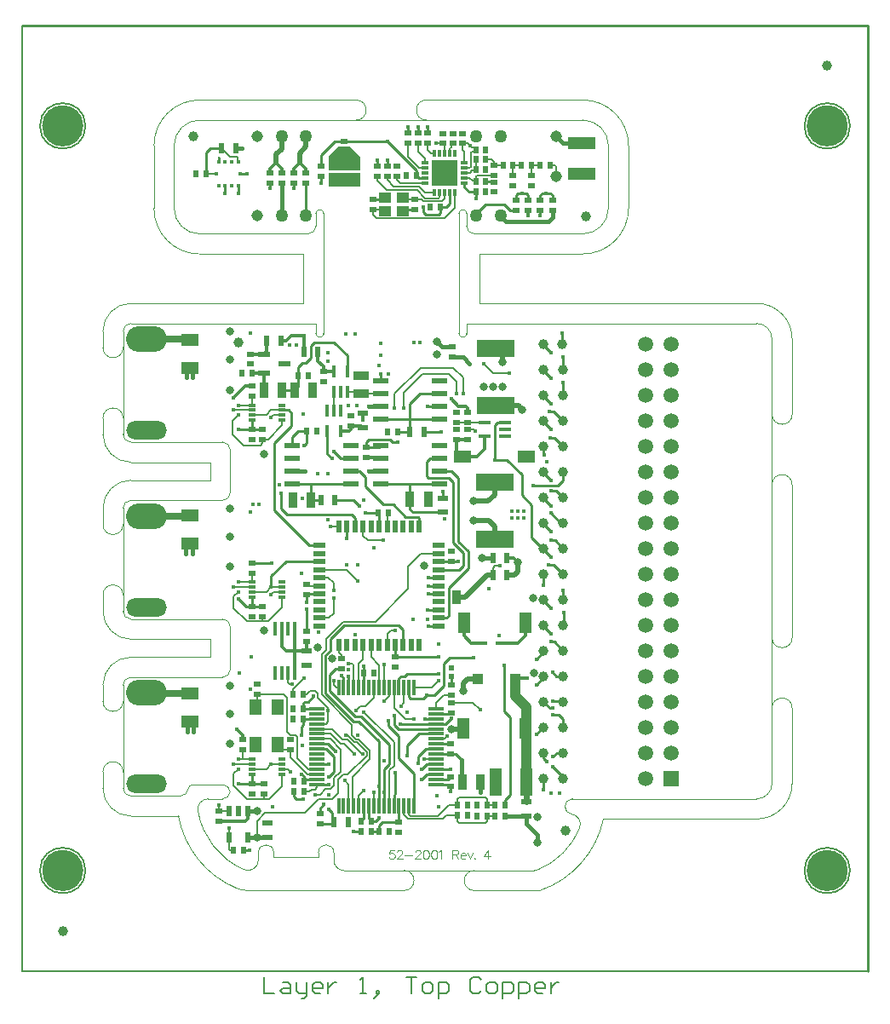
<source format=gtl>
G04*
G04 #@! TF.GenerationSoftware,Altium Limited,Altium Designer,18.1.9 (240)*
G04*
G04 Layer_Physical_Order=1*
G04 Layer_Color=16776960*
%FSLAX25Y25*%
%MOIN*%
G70*
G01*
G75*
%ADD10C,0.01000*%
%ADD13C,0.00118*%
%ADD14C,0.00504*%
%ADD15C,0.00158*%
%ADD16C,0.00787*%
%ADD17R,0.02362X0.03937*%
%ADD18R,0.03740X0.06102*%
%ADD19R,0.04724X0.01968*%
%ADD20R,0.01968X0.04724*%
%ADD21R,0.01772X0.05512*%
%ADD22R,0.05906X0.02362*%
%ADD23R,0.05118X0.02362*%
%ADD24R,0.09843X0.09843*%
%ADD25R,0.01181X0.02874*%
%ADD26R,0.02874X0.01181*%
%ADD27R,0.02953X0.01968*%
%ADD28R,0.04724X0.03937*%
%ADD29R,0.04528X0.10630*%
%ADD30R,0.04331X0.04331*%
%ADD31R,0.04528X0.08268*%
%ADD32R,0.07087X0.04724*%
%ADD33R,0.02362X0.03937*%
%ADD34R,0.07087X0.04724*%
%ADD35R,0.01181X0.05906*%
%ADD36R,0.05906X0.01181*%
%ADD37R,0.04528X0.01575*%
%ADD38R,0.02362X0.01968*%
%ADD39R,0.04921X0.06299*%
%ADD40R,0.02953X0.01181*%
%ADD41R,0.14961X0.06693*%
%ADD42R,0.01575X0.01378*%
%ADD43R,0.01378X0.01575*%
%ADD44R,0.01968X0.02953*%
%ADD45R,0.03937X0.02362*%
%ADD46R,0.01575X0.04528*%
%ADD47R,0.06102X0.03740*%
%ADD48R,0.10630X0.04528*%
%ADD49C,0.00799*%
%ADD86C,0.15787*%
%ADD94C,0.03937*%
%ADD95C,0.00984*%
%ADD96C,0.01181*%
%ADD97C,0.00598*%
%ADD98C,0.01575*%
%ADD99C,0.02362*%
%ADD100C,0.00591*%
%ADD101C,0.00500*%
%ADD102C,0.03937*%
%ADD103C,0.01968*%
%ADD104C,0.01772*%
%ADD105C,0.02756*%
%ADD106C,0.01260*%
%ADD107C,0.00600*%
%ADD108C,0.01800*%
%ADD109C,0.00400*%
%ADD110C,0.05000*%
%ADD111R,0.05906X0.05906*%
%ADD112C,0.05906*%
%ADD113C,0.04500*%
%ADD114O,0.16000X0.10000*%
%ADD115O,0.16000X0.07200*%
%ADD116C,0.03150*%
%ADD117C,0.01772*%
%ADD118C,0.01181*%
G36*
X168121Y148667D02*
Y143254D01*
X171664D01*
Y148667D01*
X168121D01*
D02*
G37*
G36*
X119991Y311894D02*
X132204D01*
Y306777D01*
X119991D01*
Y311894D01*
D02*
G37*
G36*
X119990Y312815D02*
X119995Y318553D01*
X123731Y322289D01*
X128337D01*
X132195Y318431D01*
Y312815D01*
X119990D01*
D02*
G37*
D10*
X103061Y159888D02*
X116349D01*
X145876Y122585D02*
Y127211D01*
Y122585D02*
X145876Y122584D01*
X158770Y150439D02*
X162805D01*
X158573Y140990D02*
X162805D01*
X150601Y116088D02*
X162805D01*
X172451Y158214D02*
Y163136D01*
X170975Y156738D02*
X172451Y158214D01*
X168416Y167171D02*
X172451Y163136D01*
X174420Y157230D02*
Y164022D01*
X162805Y156738D02*
X170975D01*
X166743Y149553D02*
X174420Y157230D01*
X170679Y167762D02*
X174420Y164022D01*
X158770Y147289D02*
X162805D01*
X158672Y327506D02*
Y329868D01*
X122020Y245594D02*
X127077Y240537D01*
X114282Y245594D02*
X122020D01*
X127077Y234199D02*
Y240537D01*
X116911Y319053D02*
X122116Y324258D01*
X116911Y314612D02*
Y319053D01*
X137117Y301620D02*
X141447D01*
X149321Y297683D02*
X153652D01*
X188495Y101364D02*
Y119140D01*
Y101364D02*
X190857Y99002D01*
Y68687D02*
Y99002D01*
X188840Y66670D02*
X190857Y68687D01*
X188840Y64647D02*
Y66670D01*
X145778Y68943D02*
Y77348D01*
X143416Y80577D02*
Y88352D01*
X141447Y78608D02*
X143416Y80577D01*
X155030Y80951D02*
Y83707D01*
X157884Y86561D01*
X155049Y92466D02*
X161723D01*
X150502Y87920D02*
X155049Y92466D01*
X150502Y84100D02*
Y87920D01*
X107195Y66915D02*
X109754D01*
X106211Y67900D02*
X107195Y66915D01*
X106211Y67900D02*
Y69829D01*
X204006Y150616D02*
Y154494D01*
Y244494D02*
X206802Y241699D01*
X204006Y234494D02*
X206802Y231699D01*
X204006Y224494D02*
X206802Y221699D01*
X204006Y214494D02*
X206802Y211699D01*
X204006Y194494D02*
X206802Y191699D01*
X204006Y184494D02*
X206802Y181699D01*
X204006Y174494D02*
X206802Y171699D01*
X204006Y164494D02*
X206802Y161699D01*
X204006Y144494D02*
X206802Y141699D01*
X204006Y134494D02*
X206802Y131699D01*
X201211Y121699D02*
X204006Y124494D01*
X201211Y111699D02*
X204006Y114494D01*
X127668Y114907D02*
Y115104D01*
Y110774D02*
Y114907D01*
X169597Y84592D02*
X171959Y82230D01*
X167431Y84592D02*
X169597D01*
X136428Y58411D02*
X138101D01*
X147943Y96403D02*
X161723D01*
X111231Y144041D02*
Y146896D01*
X111231Y144041D02*
X111231Y144041D01*
X157884Y86561D02*
X161723D01*
X110180Y205163D02*
X111329Y206312D01*
Y210872D01*
X134656Y204651D02*
Y206541D01*
X135640Y207525D01*
X140266Y230577D02*
Y233313D01*
X143809Y207525D02*
X144794Y206541D01*
X135640Y207525D02*
X143809D01*
X144794Y206541D02*
X146762D01*
X122353Y184100D02*
X129676D01*
X132038Y181738D01*
X157257Y210577D02*
X163942D01*
X124715Y115203D02*
X125699Y114218D01*
X154735Y327505D02*
Y329867D01*
X157392Y98372D02*
X161723D01*
Y96403D02*
X165660D01*
X167727Y98470D01*
X119695Y88529D02*
X122648Y85577D01*
X115266Y88529D02*
X119695D01*
X115266Y72781D02*
X119892D01*
X115266Y80655D02*
X119892D01*
X156211Y78687D02*
X158179Y80655D01*
X161723D01*
Y78687D02*
X167431D01*
X156211Y74750D02*
X158179Y76718D01*
X161723D01*
X131565Y97388D02*
X139479Y89474D01*
X120581Y129671D02*
X125995Y135084D01*
X120581Y125242D02*
Y129671D01*
X129439Y97388D02*
X131565D01*
X125995Y135084D02*
X147156D01*
X149026Y133215D01*
Y127211D02*
Y133215D01*
X122451Y117958D02*
X124813D01*
X130227Y99159D02*
X132609D01*
X143416Y88352D01*
X147156Y82919D02*
Y91679D01*
X143317Y95518D02*
X147156Y91679D01*
X143317Y95518D02*
Y97584D01*
X116911Y307919D02*
Y310675D01*
X142924Y324258D02*
X153357Y313825D01*
X138770Y314611D02*
Y316974D01*
X142707Y314611D02*
Y316974D01*
X119364Y202049D02*
Y210970D01*
X166743Y138628D02*
Y149553D01*
X170679Y167762D02*
Y192466D01*
X168416Y167171D02*
Y190990D01*
X166743Y192663D02*
X168416Y190990D01*
X158869Y192663D02*
X166743D01*
X158278Y193254D02*
X158869Y192663D01*
X158278Y193254D02*
Y199061D01*
X159380Y200163D01*
X163101D01*
X167983Y195163D02*
X170679Y192466D01*
X163101Y195163D02*
X167983D01*
X165955Y137840D02*
X166743Y138628D01*
X162805Y137840D02*
X165955D01*
X167924Y159888D02*
X170483D01*
X162805D02*
X167924D01*
X134164Y178982D02*
X139183D01*
X139577Y178589D01*
Y173668D02*
Y178589D01*
X101290Y180754D02*
Y186758D01*
Y180754D02*
X103652Y178392D01*
X128750D01*
X130128Y177014D01*
Y173668D02*
Y177014D01*
X97353Y149939D02*
Y154179D01*
X103061Y159888D01*
X89872Y159289D02*
X97451D01*
X111329Y132722D02*
Y141187D01*
X111231Y146896D02*
X111624Y147289D01*
X116349D01*
X145876Y122584D02*
X162805D01*
X149617Y115104D02*
X150601Y116088D01*
X148140Y115104D02*
X149617D01*
X147353Y114317D02*
X148140Y115104D01*
X147353Y110774D02*
Y114317D01*
X147156Y94435D02*
X161723D01*
X145561Y96029D02*
X147156Y94435D01*
X145561Y96029D02*
Y99556D01*
X133573Y116285D02*
Y118943D01*
X133573Y116285D02*
X133573Y116285D01*
X133573Y110774D02*
Y116285D01*
X125699Y110774D02*
Y114218D01*
X167333Y100340D02*
X167727Y100734D01*
X161723Y100340D02*
X167333D01*
X110542Y74750D02*
X115266D01*
X109951Y102309D02*
X115266D01*
X109951Y98372D02*
X115266D01*
X161723Y88529D02*
X167431D01*
X161723Y84592D02*
X167431D01*
X166447Y72781D02*
X167431Y71797D01*
X166447Y74750D02*
X167431Y75734D01*
X167431Y75735D02*
Y75832D01*
X167431Y75832D01*
Y75734D02*
Y75832D01*
X161723Y72781D02*
X166447D01*
X161723Y74750D02*
X166447D01*
X132491Y58411D02*
X133573Y59494D01*
Y64317D01*
X135542Y59297D02*
X136428Y58411D01*
X135542Y59297D02*
Y64317D01*
X84459Y145321D02*
X87420Y142360D01*
X89872Y73061D02*
Y76703D01*
X84459Y73061D02*
X89872D01*
Y142360D02*
Y146002D01*
X87420Y142360D02*
X89872D01*
X84459Y211561D02*
X89872D01*
Y215203D01*
X141447Y301620D02*
X142038Y302210D01*
X148731Y297092D02*
X149321Y297683D01*
X79341Y303884D02*
Y306246D01*
X73534Y321502D02*
X77865D01*
X71959Y319927D02*
X73534Y321502D01*
X71959Y311659D02*
Y319927D01*
X167727Y111561D02*
Y114907D01*
X89872Y73061D02*
X94400D01*
X158672Y220577D02*
X163101D01*
X158672Y225577D02*
X163101D01*
X147156Y82919D02*
X153258Y76817D01*
Y64317D02*
Y76817D01*
X167431Y69829D02*
Y71797D01*
X110148Y73864D02*
Y74356D01*
X110050Y74258D02*
Y75832D01*
X109262Y76620D02*
X110050Y75832D01*
X109951Y102309D02*
Y104573D01*
X110443Y105065D01*
X111723D01*
X113888Y107230D01*
X109361Y91974D02*
Y95304D01*
X109951Y95894D01*
Y98372D01*
X124577Y200183D02*
X128393D01*
X110050Y74258D02*
X110148Y74356D01*
X110542Y74750D01*
X121762Y202998D02*
X124577Y200183D01*
X101487Y226915D02*
X106408D01*
X107983Y228580D02*
Y232525D01*
X106408Y227006D02*
X107983Y228580D01*
X134656Y204651D02*
X139754D01*
X140266Y205163D01*
X107884Y210872D02*
X111329D01*
X105559Y208546D02*
X107884Y210872D01*
X105559Y205183D02*
Y208546D01*
X145384Y64317D02*
Y68549D01*
X145778Y68943D01*
X118416Y108411D02*
X129439Y97388D01*
X118416Y108411D02*
Y123077D01*
X120581Y125242D01*
X120089Y109297D02*
X130227Y99159D01*
X120089Y109297D02*
Y115596D01*
X122451Y117958D01*
X211383Y191517D02*
Y194494D01*
X89925Y211613D02*
X94006D01*
X84459Y303884D02*
Y306246D01*
X85345Y311659D02*
X87707D01*
X150798Y327505D02*
Y329868D01*
X110739Y237486D02*
X112847Y239594D01*
X109392Y237486D02*
X110739D01*
X107983Y236077D02*
X109392Y237486D01*
X107983Y232525D02*
Y236077D01*
X136428Y54415D02*
X139676D01*
X147353Y57959D02*
Y64317D01*
X138101Y58411D02*
X139478Y59789D01*
X140916Y57959D02*
X147353D01*
X139676Y56718D02*
X140916Y57959D01*
X139676Y54415D02*
Y56718D01*
X86526Y46935D02*
X88888D01*
X119364Y202049D02*
X121172Y200242D01*
X112847Y239594D02*
Y244159D01*
X114282Y245594D01*
X211571Y74494D02*
Y75055D01*
X199715Y189689D02*
X209556D01*
X211383Y191517D01*
X141447Y64317D02*
Y78608D01*
X122116Y324258D02*
X142924D01*
X109656Y73864D02*
X110050Y74258D01*
X89872Y142360D02*
X94006D01*
X139479Y64317D02*
Y89474D01*
X76776Y316323D02*
Y318094D01*
X0Y369767D02*
X330709D01*
Y-311D02*
Y369767D01*
D13*
X322854Y39026D02*
G03*
X322854Y39026I-7894J0D01*
G01*
X23642D02*
G03*
X23642Y39026I-7894J0D01*
G01*
Y330365D02*
G03*
X23642Y330365I-7894J0D01*
G01*
X69337Y332640D02*
G03*
X59337Y322640I0J-10000D01*
G01*
X130544Y332640D02*
G03*
X130544Y340514I0J3937D01*
G01*
X158130D02*
G03*
X158130Y332640I0J-3937D01*
G01*
X31501Y243643D02*
G03*
X39375Y243643I3937J0D01*
G01*
Y216057D02*
G03*
X31501Y216057I-3937J0D01*
G01*
X39375Y146837D02*
G03*
X31501Y146837I-3937J0D01*
G01*
Y174423D02*
G03*
X39375Y174423I3937J0D01*
G01*
Y77617D02*
G03*
X31501Y77617I-3937J0D01*
G01*
Y105203D02*
G03*
X39375Y105203I3937J0D01*
G01*
X301229Y189965D02*
G03*
X293355Y189965I-3937J0D01*
G01*
Y217550D02*
G03*
X301229Y217550I3937J0D01*
G01*
Y102560D02*
G03*
X293355Y102560I-3937J0D01*
G01*
Y130145D02*
G03*
X301229Y130145I3937J0D01*
G01*
X176885Y39059D02*
G03*
X176885Y31185I0J-3937D01*
G01*
X149299D02*
G03*
X149299Y39059I0J3937D01*
G01*
X322859Y330398D02*
G03*
X322859Y330398I-7894J0D01*
G01*
X23646D02*
G03*
X23646Y330398I-7894J0D01*
G01*
X293355Y247055D02*
G03*
X287355Y253055I-6000J0D01*
G01*
Y67055D02*
G03*
X293355Y73055I0J6000D01*
G01*
X215337Y67055D02*
G03*
X215093Y67045I0J-3000D01*
G01*
X42375Y253055D02*
G03*
X39375Y250055I0J-3000D01*
G01*
Y209645D02*
G03*
X42375Y206645I3000J0D01*
G01*
X59337Y298140D02*
G03*
X69337Y288140I10000J0D01*
G01*
X111837D02*
G03*
X114837Y291140I0J3000D01*
G01*
X173837Y296140D02*
G03*
X170837Y296140I-1500J0D01*
G01*
X173837Y291140D02*
G03*
X176837Y288140I3000J-0D01*
G01*
X229337Y322640D02*
G03*
X219337Y332640I-10000J0D01*
G01*
X117837Y296140D02*
G03*
X114837Y296140I-1500J0D01*
G01*
X69337Y332640D02*
G03*
X59337Y322640I0J-10000D01*
G01*
X219337Y288140D02*
G03*
X229337Y298140I-0J10000D01*
G01*
X98337Y46055D02*
G03*
X92337Y46055I-3000J0D01*
G01*
X86799Y39362D02*
G03*
X92337Y43055I1539J3692D01*
G01*
X68694Y62439D02*
G03*
X86799Y39362I29643J4615D01*
G01*
X72646Y67055D02*
G03*
X68694Y62439I0J-4000D01*
G01*
X78337Y67055D02*
G03*
X81328Y69825I0J3000D01*
G01*
D02*
G03*
X78337Y72595I-2991J-230D01*
G01*
X170837Y249118D02*
G03*
X173837Y249118I1500J0D01*
G01*
X214932Y67027D02*
G03*
X214921Y61084I405J-2973D01*
G01*
X81337Y134425D02*
G03*
X78337Y137425I-3000J0D01*
G01*
Y183835D02*
G03*
X81337Y186835I0J3000D01*
G01*
X78337Y114615D02*
G03*
X81337Y117615I0J3000D01*
G01*
Y203645D02*
G03*
X78337Y206645I-3000J0D01*
G01*
X200347Y39059D02*
G03*
X201887Y39367I0J4000D01*
G01*
X121837Y43059D02*
G03*
X125837Y39059I4000J0D01*
G01*
X218062Y55595D02*
G03*
X214921Y61084I-3697J1528D01*
G01*
X201887Y39367D02*
G03*
X218062Y55595I-11550J27688D01*
G01*
X121837Y46055D02*
G03*
X115837Y46055I-3000J0D01*
G01*
X114837Y249118D02*
G03*
X117837Y249118I1500J0D01*
G01*
X66809Y72595D02*
G03*
X64854Y70855I0J-1969D01*
G01*
X61875Y68205D02*
G03*
X64854Y70855I0J3000D01*
G01*
X39375Y71205D02*
G03*
X42375Y68205I3000J0D01*
G01*
Y114615D02*
G03*
X39375Y111615I0J-3000D01*
G01*
X42375Y183835D02*
G03*
X39375Y180835I0J-3000D01*
G01*
Y140425D02*
G03*
X42375Y137425I3000J0D01*
G01*
X51463Y298140D02*
G03*
X69337Y280266I17874J0D01*
G01*
Y340514D02*
G03*
X51463Y322640I0J-17874D01*
G01*
X237211D02*
G03*
X219337Y340514I-17874J0D01*
G01*
Y280266D02*
G03*
X237211Y298140I-0J17874D01*
G01*
X42375Y260929D02*
G03*
X31501Y250055I0J-10874D01*
G01*
Y209645D02*
G03*
X42375Y198771I10874J0D01*
G01*
Y191709D02*
G03*
X31501Y180835I0J-10874D01*
G01*
Y140425D02*
G03*
X42375Y129551I10874J0D01*
G01*
Y122489D02*
G03*
X31501Y111615I0J-10874D01*
G01*
Y71205D02*
G03*
X42375Y60331I10874J0D01*
G01*
X61065D02*
G03*
X83770Y32094I37272J6724D01*
G01*
X83770Y32094D02*
G03*
X88650Y31185I4567J10961D01*
G01*
X202494Y31185D02*
G03*
X227384Y59181I-12157J35870D01*
G01*
X287355D02*
G03*
X301229Y73055I0J13874D01*
G01*
Y247055D02*
G03*
X287355Y260929I-13874J0D01*
G01*
X59337Y322640D02*
X59337D01*
X238236Y67055D02*
X287355D01*
X238236Y253055D02*
X287355D01*
X293355Y73055D02*
Y102570D01*
X215337Y67055D02*
X223132D01*
X215093Y253055D02*
X223132D01*
X78214Y72595D02*
X78227D01*
X78214Y114615D02*
X78227D01*
X78214Y137425D02*
X78227D01*
X78214Y183835D02*
X78227D01*
X78214Y206645D02*
X78227D01*
X78214Y253055D02*
X114837D01*
X117837Y251874D02*
Y252679D01*
X170837Y251874D02*
Y252679D01*
X173837Y253055D02*
X215093D01*
X214932Y67027D02*
X215093Y67045D01*
X70871Y114615D02*
X72649D01*
X70871Y72595D02*
X72649D01*
X170837Y292867D02*
Y292873D01*
X117837Y292867D02*
Y292873D01*
X170837Y284827D02*
Y292867D01*
X117837Y284827D02*
Y292867D01*
X72649Y72595D02*
X78214D01*
X72649Y114615D02*
X78214D01*
X70871Y137425D02*
X72649D01*
X70871Y183835D02*
X72649D01*
X70871Y253055D02*
X72649D01*
X70871Y206645D02*
X72649D01*
Y137425D02*
X78214D01*
X72649Y183835D02*
X78214D01*
X170837Y257368D02*
Y262504D01*
X117837Y257368D02*
Y262504D01*
X233133Y67055D02*
X238236D01*
X223132Y253055D02*
X238236D01*
X72649Y206645D02*
X78214D01*
X72649Y253055D02*
X78214D01*
X117837Y252679D02*
Y257368D01*
X170837Y252679D02*
Y257368D01*
Y267194D02*
Y284827D01*
X117837Y267194D02*
Y284827D01*
Y262504D02*
Y267194D01*
X170837Y262504D02*
Y267194D01*
X42375Y253055D02*
X70871D01*
X42375Y206645D02*
X70871D01*
X223132Y67055D02*
X233133D01*
X173837Y291140D02*
Y296140D01*
X170837Y292873D02*
Y296140D01*
X69337Y288140D02*
X111837D01*
X59337Y298140D02*
Y322640D01*
X114837Y291140D02*
Y296140D01*
X117837Y292873D02*
Y296140D01*
X69337Y332641D02*
X130553D01*
X229337Y298140D02*
Y322640D01*
X176837Y288140D02*
X219337D01*
X92337Y43055D02*
Y46055D01*
X72646Y67055D02*
X78337D01*
X78227Y72595D02*
X78337D01*
X78227Y114615D02*
X78337D01*
X170837Y249118D02*
Y251874D01*
X173837Y249118D02*
Y253055D01*
X115837Y44413D02*
Y46055D01*
X98337Y44413D02*
X115837D01*
X98337D02*
Y46055D01*
X78227Y206645D02*
X78337D01*
X78227Y253055D02*
X114837Y253055D01*
X81337Y117615D02*
Y134425D01*
X78227Y137425D02*
X78337D01*
X78227Y183835D02*
X78337D01*
X125837Y39059D02*
X149312D01*
X114837Y249118D02*
Y253055D01*
X81337Y186835D02*
Y203645D01*
X117837Y249118D02*
Y251874D01*
X121837Y43059D02*
Y46055D01*
X42375Y114615D02*
X70871D01*
X66809Y72595D02*
X70871D01*
X42375Y68205D02*
X61875D01*
X39375Y71205D02*
Y77617D01*
X42375Y183835D02*
X70871D01*
X42375Y137425D02*
X70871D01*
X39375Y140425D02*
Y146837D01*
X69337Y280266D02*
X109963D01*
X51463Y298140D02*
Y322640D01*
X69337Y340514D02*
X130544D01*
X237211Y298140D02*
Y322640D01*
X178711Y280266D02*
X219337D01*
X109963Y260929D02*
Y280266D01*
X178711Y260929D02*
Y280266D01*
X42375Y260929D02*
X109963D01*
X31501Y209645D02*
Y216064D01*
X42375Y198771D02*
X73463D01*
Y191709D02*
Y198771D01*
X42375Y191709D02*
X73463D01*
X31501Y140425D02*
Y146844D01*
X42375Y129551D02*
X73463D01*
Y122489D02*
Y129551D01*
X42375Y122489D02*
X73463D01*
X31501Y71205D02*
Y77624D01*
X42375Y60331D02*
X61065D01*
X88024Y31185D02*
X149299D01*
X227384Y59181D02*
X287355D01*
X301229Y73055D02*
Y102560D01*
X178711Y260929D02*
X287355D01*
X117837Y262504D02*
Y267194D01*
X293355Y217540D02*
Y247055D01*
Y130135D02*
Y189975D01*
X176872Y39059D02*
X200347D01*
X31501Y105196D02*
Y111615D01*
Y174416D02*
Y180835D01*
Y243636D02*
Y250055D01*
X158121Y332641D02*
X219337D01*
X39375Y174423D02*
Y180835D01*
Y243643D02*
Y250055D01*
Y105203D02*
Y111615D01*
X176885Y31185D02*
X202494D01*
X158130Y340514D02*
X219337D01*
X301229Y217550D02*
Y247055D01*
Y130145D02*
Y189965D01*
X39375Y209645D02*
Y216057D01*
D14*
X0Y-312D02*
X330709D01*
X0Y-311D02*
Y369768D01*
D15*
X215337Y67055D02*
G03*
X215093Y67045I0J-3000D01*
G01*
X218062Y55595D02*
G03*
X214921Y61084I-3697J1528D01*
G01*
X201887Y39367D02*
G03*
X218062Y55595I-11550J27688D01*
G01*
X200347Y39059D02*
G03*
X201887Y39367I0J4000D01*
G01*
X121837Y43059D02*
G03*
X125837Y39059I4000J0D01*
G01*
X121837Y46055D02*
G03*
X115837Y46055I-3000J0D01*
G01*
X98337D02*
G03*
X92337Y46055I-3000J0D01*
G01*
X86799Y39362D02*
G03*
X92337Y43055I1539J3692D01*
G01*
X68694Y62439D02*
G03*
X86799Y39362I29643J4615D01*
G01*
X72646Y67055D02*
G03*
X68694Y62439I0J-4000D01*
G01*
X78337Y67055D02*
G03*
X81328Y69825I0J3000D01*
G01*
D02*
G03*
X78337Y72595I-2991J-230D01*
G01*
Y114615D02*
G03*
X81337Y117615I0J3000D01*
G01*
Y134425D02*
G03*
X78337Y137425I-3000J0D01*
G01*
Y183835D02*
G03*
X81337Y186835I0J3000D01*
G01*
Y203645D02*
G03*
X78337Y206645I-3000J0D01*
G01*
X114837Y249118D02*
G03*
X117837Y249118I1500J0D01*
G01*
X170837D02*
G03*
X173837Y249118I1500J0D01*
G01*
X215093Y67045D02*
G03*
X214921Y61084I244J-2990D01*
G01*
X39375Y71205D02*
G03*
X42375Y68205I3000J0D01*
G01*
Y114615D02*
G03*
X39375Y111615I0J-3000D01*
G01*
X66809Y72595D02*
G03*
X64854Y70855I0J-1969D01*
G01*
X61875Y68205D02*
G03*
X64854Y70855I0J3000D01*
G01*
X117837Y296140D02*
G03*
X114837Y296140I-1500J0D01*
G01*
X111837Y288140D02*
G03*
X114837Y291140I0J3000D01*
G01*
X229337Y322640D02*
G03*
X219337Y332640I-10000J0D01*
G01*
X173837Y291140D02*
G03*
X176837Y288140I3000J0D01*
G01*
X173837Y296140D02*
G03*
X170837Y296140I-1500J0D01*
G01*
X59337Y298140D02*
G03*
X69337Y288140I10000J0D01*
G01*
Y332640D02*
G03*
X59337Y322640I0J-10000D01*
G01*
X219337Y288140D02*
G03*
X229337Y298140I0J10000D01*
G01*
X42375Y183835D02*
G03*
X39375Y180835I0J-3000D01*
G01*
Y140425D02*
G03*
X42375Y137425I3000J0D01*
G01*
X39375Y209645D02*
G03*
X42375Y206645I3000J0D01*
G01*
Y253055D02*
G03*
X39375Y250055I0J-3000D01*
G01*
X293355Y247055D02*
G03*
X287355Y253055I-6000J0D01*
G01*
Y67055D02*
G03*
X293355Y73055I0J6000D01*
G01*
X215337Y67055D02*
X223132D01*
X215093Y253055D02*
X223132D01*
X125837Y39059D02*
X200347D01*
X121837Y43059D02*
Y46055D01*
X115837Y44413D02*
Y46055D01*
X98337Y44413D02*
X115837D01*
X98337D02*
Y46055D01*
X92337Y43055D02*
Y46055D01*
X72646Y67055D02*
X78337D01*
X78214Y72595D02*
X78337D01*
X78214Y114615D02*
X78337D01*
X81337Y117615D02*
Y134425D01*
X78214Y137425D02*
X78337D01*
X78214Y183835D02*
X78337D01*
X81337Y186835D02*
Y203645D01*
X78214Y206645D02*
X78337D01*
X78214Y253055D02*
X114837D01*
Y249118D02*
Y253055D01*
X117837Y249118D02*
Y252679D01*
X170837Y249118D02*
Y252679D01*
X173837Y249118D02*
Y253055D01*
X215093D01*
X42375Y68205D02*
X61875D01*
X39375Y71205D02*
Y111615D01*
X42375Y114615D02*
X72649D01*
X66809Y72595D02*
X72649D01*
X114837Y291140D02*
Y296140D01*
X69337Y288140D02*
X111837D01*
X69337Y332640D02*
X219337D01*
X229337Y298140D02*
Y322640D01*
X173837Y291140D02*
Y296140D01*
X170837Y292867D02*
Y296140D01*
X59337Y298140D02*
Y322640D01*
X117837Y292867D02*
Y296140D01*
X176837Y288140D02*
X219337D01*
X42375Y183835D02*
X72649D01*
X39375Y140425D02*
Y180835D01*
X42375Y137425D02*
X72649D01*
X42375Y253055D02*
X72649D01*
X42375Y206645D02*
X72649D01*
Y137425D02*
X78214D01*
X72649Y183835D02*
X78214D01*
X170837Y252679D02*
Y257368D01*
X117837Y252679D02*
Y257368D01*
X72649Y206645D02*
X78214D01*
X72649Y253055D02*
X78214D01*
X72649Y72595D02*
X78214D01*
X72649Y114615D02*
X78214D01*
X170837Y257368D02*
Y262504D01*
X117837Y257368D02*
Y262504D01*
X170837Y284827D02*
Y292867D01*
X117837Y284827D02*
Y292867D01*
X170837Y267194D02*
Y284827D01*
X117837Y267194D02*
Y284827D01*
X293355Y73055D02*
Y247055D01*
X223132Y253055D02*
X287355D01*
X223132Y67055D02*
X287355D01*
X117837Y262504D02*
Y267194D01*
X170837Y262504D02*
Y267194D01*
X39375Y209645D02*
Y250055D01*
D16*
X91742Y52053D02*
Y58254D01*
X94990Y61502D01*
X110581D01*
X155853Y163037D02*
X162805D01*
X150900Y158084D02*
X155853Y163037D01*
X150900Y149168D02*
Y158084D01*
X129083Y64870D02*
X129636Y64317D01*
X129083Y64870D02*
Y75775D01*
X136034Y82725D01*
Y85873D01*
X131508Y90399D02*
X136034Y85873D01*
X130420Y90399D02*
X131508D01*
X128886Y91932D02*
X130420Y90399D01*
X128886Y91932D02*
Y96120D01*
X117128Y107878D02*
X128886Y96120D01*
X117128Y107878D02*
Y123610D01*
X118741Y125222D01*
Y129651D01*
X125461Y136372D01*
X138104D01*
X150900Y149168D01*
X127125Y92023D02*
X129930Y89218D01*
X126634Y92023D02*
X127125D01*
X125394Y76512D02*
X127367D01*
X134853Y83998D01*
Y85384D01*
X131018Y89218D02*
X134853Y85384D01*
X129930Y89218D02*
X131018D01*
X127276Y90203D02*
X132788Y84691D01*
X133179D01*
X125305Y90203D02*
X127276D01*
X160345Y110774D02*
X162805Y113234D01*
X153258Y110774D02*
X160345D01*
X123617Y74734D02*
X125394Y76512D01*
X126880Y156738D02*
X131309Y152309D01*
X116349Y156738D02*
X126880D01*
X150995Y59140D02*
X164577D01*
X149321Y60813D02*
X150995Y59140D01*
X164577D02*
X165955Y60518D01*
X148042Y103234D02*
X149321Y104514D01*
X149754Y98372D02*
X153160D01*
X145384Y102742D02*
X149754Y98372D01*
X145384Y102742D02*
Y110774D01*
X145384Y80104D02*
Y89301D01*
X143416Y78136D02*
X145384Y80104D01*
X143416Y64317D02*
Y78136D01*
X181852Y58304D02*
Y60415D01*
X181211Y57663D02*
X181852Y58304D01*
X170975Y57663D02*
X181211D01*
X170247Y58391D02*
X170975Y57663D01*
X170247Y58391D02*
Y60518D01*
X181852Y60415D02*
X184903D01*
X165955Y60518D02*
X170247D01*
X181852Y64647D02*
Y66963D01*
X181250Y67565D02*
X181852Y66963D01*
X170935Y67565D02*
X181250D01*
X181852Y64647D02*
X184903D01*
X170246Y66876D02*
X170935Y67565D01*
X170246Y64651D02*
Y66876D01*
X166841Y64651D02*
X170246D01*
X129636Y110774D02*
Y119336D01*
X129046Y119927D02*
X129636Y119336D01*
X127668Y119927D02*
X129046D01*
X174223Y211462D02*
X176637D01*
X177228Y210872D01*
X116349Y137840D02*
X119892D01*
X121762Y139710D01*
Y145518D01*
X115266Y96403D02*
X118908D01*
X119695Y97191D02*
Y101620D01*
X118908Y96403D02*
X119695Y97191D01*
X109853Y108116D02*
X111345D01*
X112427Y109199D01*
X114676D01*
X115651Y106746D02*
X119695Y102703D01*
Y101620D02*
Y102703D01*
X114676Y109199D02*
X115651Y108223D01*
Y106746D02*
Y108223D01*
X141447Y105360D02*
X143416Y107329D01*
X141447Y110774D02*
Y119632D01*
X105916Y109986D02*
X110140Y114210D01*
X105916Y108116D02*
Y109986D01*
X104439Y112053D02*
X105424D01*
X103947Y112545D02*
X104439Y112053D01*
X184959Y158214D02*
X186829D01*
X184065Y157321D02*
X184959Y158214D01*
X184065Y154671D02*
Y157321D01*
X161723Y323470D02*
X164479D01*
X165266Y322683D01*
Y319790D02*
Y322683D01*
X176585Y320321D02*
X177373Y321108D01*
X175896Y320321D02*
X176585D01*
X175417Y319841D02*
X175896Y320321D01*
X175417Y314415D02*
Y319841D01*
X176585Y321896D02*
X177373Y321108D01*
X175896Y321896D02*
X176585D01*
X172286Y323470D02*
X174321D01*
X172286Y321077D02*
Y323470D01*
Y321077D02*
X173002Y320360D01*
Y315990D02*
Y320360D01*
X175024Y314022D02*
X175417Y314415D01*
X173002Y314022D02*
X175024D01*
X106802Y92073D02*
X107491Y91384D01*
X104735Y92073D02*
X106802D01*
X103652Y93155D02*
X104735Y92073D01*
X116546Y68746D02*
X118613Y70813D01*
X114479Y68746D02*
X116546D01*
X110148Y69829D02*
X112215D01*
X113101Y70714D01*
X114479D01*
X115266Y71502D01*
Y72781D01*
X103947Y112545D02*
Y116187D01*
X142727Y178588D02*
X143121Y178982D01*
X142727Y173668D02*
Y178588D01*
X120384Y173668D02*
X123829D01*
X94006Y136561D02*
Y138431D01*
Y136561D02*
X96270D01*
X87707D02*
X94006D01*
X101683Y141974D02*
Y146002D01*
X96270Y136561D02*
X101683Y141974D01*
X121762Y148766D02*
Y151522D01*
X119695Y153588D02*
X121762Y151522D01*
X116349Y153588D02*
X119695D01*
X111231Y150832D02*
X111624Y150439D01*
X116349D01*
X144105Y132919D02*
X145876D01*
X142727Y131541D02*
X144105Y132919D01*
X142727Y127211D02*
Y131541D01*
X143416Y107329D02*
Y110774D01*
X149321Y104514D02*
Y110774D01*
X124813Y121896D02*
Y123372D01*
X164774Y107624D02*
X167727D01*
X161723Y104573D02*
X164774Y107624D01*
X161723Y102309D02*
Y104573D01*
X133278Y121600D02*
Y127211D01*
X131605Y119927D02*
X133278Y121600D01*
X131605Y110774D02*
Y119927D01*
X139479Y110774D02*
Y119435D01*
X136427Y122486D02*
X139479Y119435D01*
X136427Y122486D02*
Y127211D01*
X135247Y168155D02*
X141152D01*
X133278Y170124D02*
X135247Y168155D01*
X127668Y64317D02*
Y72683D01*
X131605Y68254D02*
X133573Y70222D01*
X131605Y64317D02*
Y68254D01*
X133278Y170124D02*
Y173668D01*
X137510Y64317D02*
Y69533D01*
X123829Y124356D02*
X124813Y123372D01*
X123829Y124356D02*
Y127211D01*
X184164Y233707D02*
X190660D01*
X180424Y237447D02*
X184164Y233707D01*
X101683Y86364D02*
X104931D01*
X99813Y88234D02*
X101683Y86364D01*
X103652Y93155D02*
Y106541D01*
X102208Y107985D02*
X103652Y106541D01*
X92038Y107985D02*
X102208D01*
X92038Y103687D02*
Y107985D01*
X91152Y102801D02*
X92038Y103687D01*
X121959Y219077D02*
Y226128D01*
X127077D02*
X132195D01*
X132727Y225577D02*
X140266D01*
X94006Y206168D02*
Y207677D01*
X93199Y205360D02*
X94006Y206168D01*
X86526Y205360D02*
X93199D01*
X101683Y213234D02*
Y215203D01*
X96126Y207677D02*
X101683Y213234D01*
X94006Y207677D02*
X96126D01*
X82687Y146199D02*
X84459Y147970D01*
X82687Y141581D02*
Y146199D01*
X89872Y78671D02*
X95384D01*
X97353Y80640D01*
X101683D01*
X89872Y82608D02*
X89872Y82608D01*
X96680Y66860D02*
X101683Y71864D01*
Y76703D01*
X89872Y147970D02*
X95384D01*
X97353Y149939D01*
X101683D01*
X84460Y151907D02*
X89872D01*
X89872Y151907D01*
Y155352D01*
X82195Y214907D02*
X84459Y217171D01*
X82195Y209691D02*
Y214907D01*
Y209691D02*
X86526Y205360D01*
X89872Y221108D02*
Y224553D01*
X89872Y221108D02*
X89872Y221108D01*
X84460Y221108D02*
X89872D01*
X97353Y219140D02*
X101683D01*
X95384Y217171D02*
X97353Y219140D01*
X89872Y217171D02*
X95384D01*
X94400Y66860D02*
X96680D01*
X94400D02*
Y69124D01*
X82687Y141581D02*
X87707Y136561D01*
X107491Y83018D02*
Y91384D01*
Y83018D02*
X111821Y78687D01*
X115266D01*
X104931Y83411D02*
Y86364D01*
Y83411D02*
X111624Y76718D01*
X115266D01*
X84460Y82608D02*
X86132D01*
X89872D01*
X86132D02*
Y86266D01*
X169991Y214218D02*
X174223D01*
X180817D01*
X133573Y101112D02*
X145384Y89301D01*
X126093Y74258D02*
X127668Y72683D01*
X118613Y70813D02*
X120400D01*
X121959Y72372D01*
Y75128D01*
X123617Y69321D02*
Y74734D01*
X121172Y66876D02*
X123617Y69321D01*
X121959Y75128D02*
X124617Y77785D01*
X115266Y90498D02*
X120483D01*
X124617Y86364D01*
Y77785D02*
Y86364D01*
X167727Y104671D02*
X176329D01*
X179046Y101955D01*
X122746Y110774D02*
X123731D01*
X121959Y111561D02*
X122746Y110774D01*
X121959Y111561D02*
Y113175D01*
Y113569D01*
X157211Y82624D02*
X161723D01*
X145679Y220124D02*
Y225636D01*
X155817Y235773D01*
X168613D01*
X172550Y231837D01*
Y225636D02*
Y231837D01*
X161723Y90498D02*
X165069D01*
X166349Y91777D01*
X149223Y220071D02*
Y225833D01*
X156703Y233313D01*
X169794Y225636D02*
Y230458D01*
X156703Y233313D02*
X166939D01*
X169794Y230458D01*
X121073Y94435D02*
X125305Y90203D01*
X115266Y94435D02*
X121073D01*
X124617Y88529D02*
X125896D01*
X120679Y92466D02*
X124617Y88529D01*
X125896D02*
X129735Y84691D01*
X115266Y92466D02*
X120679D01*
X151290Y60970D02*
Y64317D01*
Y60970D02*
X151845Y60415D01*
X162604D01*
X166841Y64651D01*
X149321Y60813D02*
Y64317D01*
X76782Y62289D02*
X80817D01*
X81211Y46935D02*
X82589D01*
X80817Y47329D02*
X81211Y46935D01*
X80817Y47329D02*
Y52053D01*
X76782Y62289D02*
Y64651D01*
X81014Y52250D02*
Y55596D01*
X87935Y66860D02*
X94400D01*
X82589Y72206D02*
X87935Y66860D01*
X82589Y72206D02*
Y76801D01*
X84459Y78671D01*
X110581Y61502D02*
X115955Y66876D01*
X121172D01*
X132195Y226128D02*
X132727Y226659D01*
X174321Y323470D02*
X175896Y321896D01*
X94500Y-2703D02*
Y-9000D01*
X98698D01*
X101847Y-4802D02*
X103946D01*
X104995Y-5851D01*
Y-9000D01*
X101847D01*
X100797Y-7950D01*
X101847Y-6901D01*
X104995D01*
X107094Y-4802D02*
Y-7950D01*
X108144Y-9000D01*
X111293D01*
Y-10050D01*
X110243Y-11099D01*
X109193D01*
X111293Y-9000D02*
Y-4802D01*
X116540Y-9000D02*
X114441D01*
X113391Y-7950D01*
Y-5851D01*
X114441Y-4802D01*
X116540D01*
X117590Y-5851D01*
Y-6901D01*
X113391D01*
X119689Y-4802D02*
Y-9000D01*
Y-6901D01*
X120738Y-5851D01*
X121788Y-4802D01*
X122837D01*
X132283Y-9000D02*
X134382D01*
X133333D01*
Y-2703D01*
X132283Y-3752D01*
X138580Y-10050D02*
X139630Y-9000D01*
Y-7950D01*
X138580D01*
Y-9000D01*
X139630D01*
X138580Y-10050D01*
X137531Y-11099D01*
X150125Y-2703D02*
X154323D01*
X152224D01*
Y-9000D01*
X157472D02*
X159571D01*
X160620Y-7950D01*
Y-5851D01*
X159571Y-4802D01*
X157472D01*
X156422Y-5851D01*
Y-7950D01*
X157472Y-9000D01*
X162719Y-11099D02*
Y-4802D01*
X165868D01*
X166918Y-5851D01*
Y-7950D01*
X165868Y-9000D01*
X162719D01*
X179512Y-3752D02*
X178462Y-2703D01*
X176363D01*
X175314Y-3752D01*
Y-7950D01*
X176363Y-9000D01*
X178462D01*
X179512Y-7950D01*
X182660Y-9000D02*
X184759D01*
X185809Y-7950D01*
Y-5851D01*
X184759Y-4802D01*
X182660D01*
X181611Y-5851D01*
Y-7950D01*
X182660Y-9000D01*
X187908Y-11099D02*
Y-4802D01*
X191057D01*
X192106Y-5851D01*
Y-7950D01*
X191057Y-9000D01*
X187908D01*
X194205Y-11099D02*
Y-4802D01*
X197354D01*
X198403Y-5851D01*
Y-7950D01*
X197354Y-9000D01*
X194205D01*
X203651D02*
X201552D01*
X200502Y-7950D01*
Y-5851D01*
X201552Y-4802D01*
X203651D01*
X204700Y-5851D01*
Y-6901D01*
X200502D01*
X206800Y-4802D02*
Y-9000D01*
Y-6901D01*
X207849Y-5851D01*
X208899Y-4802D01*
X209948D01*
D17*
X122353Y184100D02*
D03*
X116841D02*
D03*
X127471Y57996D02*
D03*
X121959D02*
D03*
X77865Y321502D02*
D03*
X83376D02*
D03*
X189577Y154671D02*
D03*
X184065D02*
D03*
X95581Y246305D02*
D03*
X101093D02*
D03*
X115651Y241974D02*
D03*
X110140D02*
D03*
X151647Y210675D02*
D03*
X157159D02*
D03*
X184073Y161266D02*
D03*
X189585D02*
D03*
D18*
X112904Y184100D02*
D03*
X105817D02*
D03*
X179144Y73766D02*
D03*
X172057D02*
D03*
X106408Y226915D02*
D03*
X113495D02*
D03*
X94400D02*
D03*
X101487D02*
D03*
X158733Y184179D02*
D03*
X151647D02*
D03*
D19*
X162805Y134691D02*
D03*
Y137840D02*
D03*
Y140990D02*
D03*
Y144140D02*
D03*
Y147289D02*
D03*
Y150439D02*
D03*
Y153588D02*
D03*
Y156738D02*
D03*
Y159888D02*
D03*
Y163037D02*
D03*
Y166187D02*
D03*
X116349D02*
D03*
Y163037D02*
D03*
Y159888D02*
D03*
Y156738D02*
D03*
Y153588D02*
D03*
Y150439D02*
D03*
Y147289D02*
D03*
Y144140D02*
D03*
Y140990D02*
D03*
Y137840D02*
D03*
Y134691D02*
D03*
D20*
X155325Y127211D02*
D03*
X152175D02*
D03*
X149026D02*
D03*
X145876D02*
D03*
X142727D02*
D03*
X139577D02*
D03*
X136427D02*
D03*
X133278D02*
D03*
X130128D02*
D03*
X126978D02*
D03*
X123829D02*
D03*
Y173668D02*
D03*
X126978D02*
D03*
X130128D02*
D03*
X133278D02*
D03*
X136427D02*
D03*
X139577D02*
D03*
X142727D02*
D03*
X145876D02*
D03*
X149026D02*
D03*
X152175D02*
D03*
X155325D02*
D03*
D21*
X106506Y116187D02*
D03*
X103947D02*
D03*
X101388D02*
D03*
X98829D02*
D03*
Y133510D02*
D03*
X101388D02*
D03*
X103947D02*
D03*
X106506D02*
D03*
D22*
X163101Y215577D02*
D03*
Y220577D02*
D03*
Y225577D02*
D03*
Y230577D02*
D03*
X140266Y215577D02*
D03*
Y220577D02*
D03*
Y225577D02*
D03*
Y230577D02*
D03*
X128393Y190183D02*
D03*
Y195183D02*
D03*
Y200183D02*
D03*
Y205183D02*
D03*
X105559Y190183D02*
D03*
Y195183D02*
D03*
Y200183D02*
D03*
Y205183D02*
D03*
X163101Y190163D02*
D03*
Y195163D02*
D03*
Y200163D02*
D03*
Y205163D02*
D03*
X140266Y190163D02*
D03*
Y195163D02*
D03*
Y200163D02*
D03*
Y205163D02*
D03*
D23*
X94400Y233608D02*
D03*
Y241089D02*
D03*
X102392Y237348D02*
D03*
D24*
X165266Y312053D02*
D03*
D25*
X161329Y319790D02*
D03*
X163298D02*
D03*
X165266D02*
D03*
X167235D02*
D03*
X169203D02*
D03*
Y304317D02*
D03*
X167235D02*
D03*
X165266D02*
D03*
X163298D02*
D03*
X161329D02*
D03*
D26*
X173002Y315990D02*
D03*
Y314022D02*
D03*
Y312053D02*
D03*
Y310085D02*
D03*
Y308117D02*
D03*
X157530D02*
D03*
Y310085D02*
D03*
Y312053D02*
D03*
Y314022D02*
D03*
Y315990D02*
D03*
D27*
X138770Y314611D02*
D03*
Y310674D02*
D03*
X86132Y90203D02*
D03*
Y86266D02*
D03*
X168213Y243882D02*
D03*
Y239945D02*
D03*
X137117Y297683D02*
D03*
Y301620D02*
D03*
X110896Y307959D02*
D03*
Y311895D02*
D03*
X106172Y307959D02*
D03*
Y311895D02*
D03*
X101447D02*
D03*
Y307959D02*
D03*
X96723Y311895D02*
D03*
Y307959D02*
D03*
X116911Y314612D02*
D03*
Y310675D02*
D03*
X125959Y324258D02*
D03*
Y320321D02*
D03*
Y314612D02*
D03*
Y310675D02*
D03*
X146644Y310674D02*
D03*
Y314611D02*
D03*
X142707Y310674D02*
D03*
Y314611D02*
D03*
X153652Y301620D02*
D03*
Y297683D02*
D03*
X172286Y323470D02*
D03*
Y327407D02*
D03*
X168416Y323470D02*
D03*
Y327407D02*
D03*
X164479Y323470D02*
D03*
Y327407D02*
D03*
X158672Y327506D02*
D03*
Y323569D02*
D03*
X154735D02*
D03*
Y327506D02*
D03*
X150798D02*
D03*
Y323569D02*
D03*
X184557Y308451D02*
D03*
Y304514D02*
D03*
X192038Y310979D02*
D03*
Y307042D02*
D03*
X199223Y310979D02*
D03*
Y307042D02*
D03*
X207392Y297366D02*
D03*
Y301303D02*
D03*
X202668D02*
D03*
Y297366D02*
D03*
X197943D02*
D03*
Y301303D02*
D03*
X193219D02*
D03*
Y297366D02*
D03*
X124813Y121896D02*
D03*
Y117958D02*
D03*
X145876Y122584D02*
D03*
Y118648D02*
D03*
X167727Y107624D02*
D03*
Y111561D02*
D03*
X167431Y71797D02*
D03*
Y75734D02*
D03*
X167431Y84592D02*
D03*
Y88529D02*
D03*
X147353Y57959D02*
D03*
Y54022D02*
D03*
X116447Y57405D02*
D03*
Y61342D02*
D03*
X76782Y62289D02*
D03*
Y58352D02*
D03*
X89872Y73061D02*
D03*
Y69124D02*
D03*
X104931Y86364D02*
D03*
Y90301D02*
D03*
X92038Y107985D02*
D03*
Y111922D02*
D03*
X111329Y128785D02*
D03*
Y132722D02*
D03*
X111231Y146896D02*
D03*
Y150832D02*
D03*
X89872Y159289D02*
D03*
Y155352D02*
D03*
Y211561D02*
D03*
Y207624D02*
D03*
Y228490D02*
D03*
Y224553D02*
D03*
X89282Y241067D02*
D03*
Y237130D02*
D03*
X117825Y234199D02*
D03*
Y230262D02*
D03*
X167924Y159888D02*
D03*
Y163825D02*
D03*
X134656Y204651D02*
D03*
Y200714D02*
D03*
X169991Y214218D02*
D03*
Y218155D02*
D03*
Y207525D02*
D03*
Y211462D02*
D03*
X174223Y207525D02*
D03*
Y211462D02*
D03*
Y214218D02*
D03*
Y218155D02*
D03*
X128616Y213037D02*
D03*
Y216974D02*
D03*
X89872Y142360D02*
D03*
Y138423D02*
D03*
X94006Y138431D02*
D03*
Y142368D02*
D03*
Y207677D02*
D03*
Y211613D02*
D03*
X167727Y100734D02*
D03*
Y104671D02*
D03*
X94400Y69124D02*
D03*
Y73061D02*
D03*
X184557Y310970D02*
D03*
Y314907D02*
D03*
D28*
X148731Y302210D02*
D03*
X142038D02*
D03*
Y297092D02*
D03*
X148731D02*
D03*
D29*
X197057Y73469D02*
D03*
X185247D02*
D03*
D30*
X178160Y114022D02*
D03*
X192727D02*
D03*
D31*
X172747Y135872D02*
D03*
X196959D02*
D03*
X196911Y94489D02*
D03*
X172698D02*
D03*
D32*
X65463Y108390D02*
D03*
Y97366D02*
D03*
Y177878D02*
D03*
Y166854D02*
D03*
Y246775D02*
D03*
Y235752D02*
D03*
D33*
X88298Y52053D02*
D03*
X80817D02*
D03*
Y62289D02*
D03*
X84557D02*
D03*
X88298D02*
D03*
D34*
X197250Y200931D02*
D03*
X172053D02*
D03*
D35*
X139479Y110774D02*
D03*
X153258D02*
D03*
X151290D02*
D03*
X149321D02*
D03*
X147353D02*
D03*
X145384D02*
D03*
X143416D02*
D03*
X141447D02*
D03*
X137510D02*
D03*
X135542D02*
D03*
X133573D02*
D03*
X131605D02*
D03*
X129636D02*
D03*
X127668D02*
D03*
X125699D02*
D03*
X123731D02*
D03*
Y64317D02*
D03*
X125699D02*
D03*
X127668D02*
D03*
X129636D02*
D03*
X131605D02*
D03*
X133573D02*
D03*
X135542D02*
D03*
X137510D02*
D03*
X141447D02*
D03*
X143416D02*
D03*
X145384D02*
D03*
X147353D02*
D03*
X149321D02*
D03*
X151290D02*
D03*
X153258D02*
D03*
X139479D02*
D03*
D36*
X161723Y88529D02*
D03*
Y102309D02*
D03*
Y100340D02*
D03*
Y98372D02*
D03*
Y96403D02*
D03*
Y94435D02*
D03*
Y92466D02*
D03*
Y90498D02*
D03*
Y86561D02*
D03*
Y84592D02*
D03*
Y82624D02*
D03*
Y80655D02*
D03*
Y78687D02*
D03*
Y76718D02*
D03*
Y74750D02*
D03*
Y72781D02*
D03*
X115266D02*
D03*
Y74750D02*
D03*
Y76718D02*
D03*
Y78687D02*
D03*
Y80655D02*
D03*
Y82624D02*
D03*
Y84592D02*
D03*
Y86561D02*
D03*
Y90498D02*
D03*
Y92466D02*
D03*
Y94435D02*
D03*
Y96403D02*
D03*
Y98372D02*
D03*
Y100340D02*
D03*
Y102309D02*
D03*
Y88529D02*
D03*
D37*
X180817Y209100D02*
D03*
Y214218D02*
D03*
X188888D02*
D03*
Y211659D02*
D03*
Y209100D02*
D03*
D38*
X167727Y118451D02*
D03*
Y114907D02*
D03*
D39*
X99813Y88234D02*
D03*
Y102801D02*
D03*
X91152D02*
D03*
Y88234D02*
D03*
D40*
X101683Y76703D02*
D03*
Y78671D02*
D03*
Y80640D02*
D03*
Y82608D02*
D03*
X89872D02*
D03*
Y80640D02*
D03*
Y78671D02*
D03*
Y76703D02*
D03*
Y146002D02*
D03*
Y147970D02*
D03*
Y149939D02*
D03*
Y151907D02*
D03*
X101683D02*
D03*
Y149939D02*
D03*
Y147970D02*
D03*
Y146002D02*
D03*
Y215203D02*
D03*
Y217171D02*
D03*
Y219140D02*
D03*
Y221108D02*
D03*
X89872D02*
D03*
Y219140D02*
D03*
Y217171D02*
D03*
Y215203D02*
D03*
D41*
X185247Y243352D02*
D03*
Y220911D02*
D03*
X184951Y190990D02*
D03*
Y168549D02*
D03*
D42*
X75890Y311598D02*
D03*
X85339D02*
D03*
D43*
X84453Y316323D02*
D03*
X81894D02*
D03*
X79335D02*
D03*
X76776D02*
D03*
X76776Y306874D02*
D03*
X79335D02*
D03*
X81894D02*
D03*
X84453D02*
D03*
D44*
X177373Y321108D02*
D03*
X181309D02*
D03*
X146922Y210577D02*
D03*
X142985D02*
D03*
X184903Y64647D02*
D03*
X188840D02*
D03*
X181852D02*
D03*
X177915D02*
D03*
X170246Y64651D02*
D03*
X174183D02*
D03*
X184903Y60415D02*
D03*
X188840D02*
D03*
X181852D02*
D03*
X177915D02*
D03*
X170247Y60518D02*
D03*
X174184D02*
D03*
X71959Y311659D02*
D03*
X68022D02*
D03*
X154144Y311069D02*
D03*
X150207D02*
D03*
X163495Y298569D02*
D03*
X159557D02*
D03*
X177373Y317171D02*
D03*
X181309D02*
D03*
X177373Y313234D02*
D03*
X181309D02*
D03*
Y308510D02*
D03*
X177373D02*
D03*
Y304514D02*
D03*
X181309D02*
D03*
X188101Y314907D02*
D03*
X192038D02*
D03*
X202668D02*
D03*
X206605D02*
D03*
X133573Y116285D02*
D03*
X137510D02*
D03*
X139676Y54415D02*
D03*
X143613D02*
D03*
X136428D02*
D03*
X132491D02*
D03*
X136428Y58411D02*
D03*
X132491D02*
D03*
X110148Y69829D02*
D03*
X106211D02*
D03*
X110148Y73864D02*
D03*
X106211D02*
D03*
X86526Y46935D02*
D03*
X82589D02*
D03*
X109951Y98372D02*
D03*
X106014D02*
D03*
X109951Y102309D02*
D03*
X106014D02*
D03*
X89872Y233510D02*
D03*
X85935D02*
D03*
X107983Y232525D02*
D03*
X111920D02*
D03*
X111329Y210872D02*
D03*
X115266D02*
D03*
X139183Y178982D02*
D03*
X143121D02*
D03*
X109853Y108116D02*
D03*
X105916D02*
D03*
X199223Y314907D02*
D03*
X195286D02*
D03*
D45*
X197057Y60419D02*
D03*
Y65931D02*
D03*
X95975Y57565D02*
D03*
Y52053D02*
D03*
X164479Y179277D02*
D03*
Y184789D02*
D03*
X133144Y212348D02*
D03*
Y217860D02*
D03*
X111329Y119336D02*
D03*
Y124848D02*
D03*
D46*
X124483Y210970D02*
D03*
X119364D02*
D03*
Y219041D02*
D03*
X121923D02*
D03*
X124483D02*
D03*
X121959Y234199D02*
D03*
X127077D02*
D03*
Y226128D02*
D03*
X124518D02*
D03*
X121959D02*
D03*
D47*
X132687Y225636D02*
D03*
Y232722D02*
D03*
D48*
X218810Y311659D02*
D03*
Y323470D02*
D03*
D49*
X323858Y39026D02*
G03*
X323858Y39026I-8898J0D01*
G01*
X24646D02*
G03*
X24646Y39026I-8898J0D01*
G01*
Y330365D02*
G03*
X24646Y330365I-8898J0D01*
G01*
X323858D02*
G03*
X323858Y330365I-8898J0D01*
G01*
D86*
X314961Y39026D02*
D03*
X15748D02*
D03*
Y330365D02*
D03*
X314961D02*
D03*
D94*
X15748Y15404D02*
D03*
X220472Y294932D02*
D03*
X84646Y245719D02*
D03*
X212598Y54774D02*
D03*
X66929Y326428D02*
D03*
X15748Y39026D02*
D03*
X314961Y353987D02*
D03*
X204006Y245055D02*
D03*
X211368D02*
D03*
X204006Y235055D02*
D03*
X211473D02*
D03*
X204006Y225055D02*
D03*
X211473D02*
D03*
X204006Y215055D02*
D03*
X211383D02*
D03*
X204006Y205055D02*
D03*
X211383D02*
D03*
X204006Y195055D02*
D03*
X211383D02*
D03*
X204006Y185055D02*
D03*
X211383D02*
D03*
X204006Y175055D02*
D03*
X211383D02*
D03*
X204006Y165055D02*
D03*
X211571D02*
D03*
Y155055D02*
D03*
X204006Y85055D02*
D03*
Y145055D02*
D03*
X211571D02*
D03*
X204006Y135055D02*
D03*
X211571D02*
D03*
X204006Y125055D02*
D03*
X211571D02*
D03*
X204006Y115055D02*
D03*
X211571D02*
D03*
X204006Y105055D02*
D03*
X211571D02*
D03*
X204006Y95055D02*
D03*
X211571D02*
D03*
X204006Y155055D02*
D03*
X211571Y85055D02*
D03*
X204006Y75055D02*
D03*
X211571D02*
D03*
D95*
X164971Y111266D02*
Y120026D01*
X161329Y107624D02*
X164971Y111266D01*
X158733Y134691D02*
X162805D01*
X162805Y295655D02*
X163495Y296344D01*
X157786Y295655D02*
X162805D01*
X156900Y296541D02*
X157786Y295655D01*
X156900Y296541D02*
Y298510D01*
X181309Y308510D02*
X184498D01*
X163495Y296344D02*
Y298569D01*
X204006Y70557D02*
Y74494D01*
X158770Y153588D02*
X162805D01*
X151290Y107033D02*
X151979Y106344D01*
X151290Y107033D02*
Y110774D01*
X156900Y106344D02*
X158179Y107624D01*
X151979Y106344D02*
X156900D01*
X158179Y107624D02*
X161329D01*
X164971Y120026D02*
X167235Y122289D01*
X176487D01*
X184853Y199750D02*
Y213136D01*
X185935Y214218D01*
X188888D01*
X115266Y86561D02*
X118809D01*
X121861Y83510D01*
Y77703D02*
Y83510D01*
X119892Y75735D02*
X121861Y77703D01*
X153357Y313825D02*
X154144Y313037D01*
Y311069D02*
Y313037D01*
Y311069D02*
X155128Y310085D01*
X157530D01*
X173002Y306423D02*
Y308117D01*
X164479Y184789D02*
Y187348D01*
X152766Y179277D02*
X164479D01*
X151647Y180397D02*
X152766Y179277D01*
X151647Y180397D02*
Y184179D01*
X128393Y195183D02*
X132038D01*
X154735Y177407D02*
X155325Y176817D01*
Y173668D02*
Y176817D01*
X126978Y169042D02*
Y173668D01*
X98534Y206138D02*
X105227Y212831D01*
X101683Y219140D02*
X104160D01*
X105227Y218073D01*
Y212831D02*
Y218073D01*
X151647Y210675D02*
Y215577D01*
X163101D01*
X140266D02*
X151647D01*
X146922Y210577D02*
X151548D01*
X151647Y184179D02*
Y190127D01*
X140266Y190163D02*
X163101D01*
X105559Y190183D02*
X128393D01*
X112904Y184100D02*
Y190048D01*
X151647Y221662D02*
X155561Y225577D01*
X158672D01*
X151647Y215577D02*
Y221662D01*
X98534Y179868D02*
Y206138D01*
Y179868D02*
X112215Y166187D01*
X116349D01*
X141152Y182329D02*
X145089D01*
X150010Y177407D01*
X154735D01*
X134164Y189317D02*
X141152Y182329D01*
X134164Y189317D02*
Y193057D01*
X132038Y195183D02*
X134164Y193057D01*
X112215Y184100D02*
X112904D01*
X116841D01*
X184853Y199750D02*
X189617D01*
X195483Y193884D01*
Y185813D02*
Y193884D01*
Y185813D02*
X199223Y182073D01*
Y169277D02*
Y182073D01*
X129439Y54415D02*
X132491D01*
X173002Y306423D02*
X174912Y304514D01*
X177373D01*
Y301856D02*
Y304514D01*
X167235Y300046D02*
Y304317D01*
X163495Y298569D02*
X165758D01*
X167235Y300046D01*
X121369Y58586D02*
X121959Y57996D01*
X116447Y63234D02*
X118022Y64809D01*
X116447Y61342D02*
Y63234D01*
X119794Y63114D02*
X121369Y61539D01*
Y58586D02*
Y61539D01*
X116447Y57405D02*
X121369D01*
X121959Y57996D01*
X106172Y305870D02*
Y307959D01*
Y305870D02*
X106211Y305831D01*
X96723Y307959D02*
X96762Y307919D01*
X181343Y299728D02*
X188495D01*
X190857Y297366D01*
X195581Y304059D02*
X197156D01*
X197943Y303272D01*
Y301303D02*
Y303272D01*
X193219Y301303D02*
Y303272D01*
X194006Y304059D01*
X195581D01*
X202668Y301303D02*
Y303272D01*
X203455Y304059D01*
X205030D01*
X206605D01*
X207392Y303272D01*
Y301303D02*
Y303272D01*
X202668Y295201D02*
Y297366D01*
X211368Y245055D02*
Y249296D01*
X211329Y249335D02*
X211368Y249296D01*
X211473Y235055D02*
X211526Y235108D01*
Y240083D01*
Y225108D02*
Y230043D01*
X211473Y225055D02*
X211526Y225108D01*
X206211Y218626D02*
X207812D01*
X211383Y215055D01*
X206408Y208390D02*
X208049D01*
X211383Y205055D01*
X204006Y201539D02*
Y205055D01*
Y201539D02*
X204046Y201500D01*
X206802Y187720D02*
X208718D01*
X211383Y185055D01*
X210609Y175055D02*
X211383D01*
X206802Y178862D02*
X210609Y175055D01*
X206802Y168232D02*
X208394D01*
X211571Y165055D01*
X205817Y158783D02*
X207843D01*
X211571Y155055D01*
X211526Y145100D02*
Y148547D01*
Y145100D02*
X211571Y145055D01*
X211723Y135207D02*
Y140083D01*
X211571Y135055D02*
X211723Y135207D01*
X206998Y128468D02*
X208157D01*
X211571Y125055D01*
X207392Y116657D02*
X208995Y115055D01*
X211571D01*
X204006Y105055D02*
X206380Y102681D01*
X207589D01*
Y100122D02*
X209754D01*
X211526Y98350D01*
Y95100D02*
Y98350D01*
Y95100D02*
X211571Y95055D01*
X201093Y92445D02*
X203703Y95055D01*
X204006D01*
X207589Y83587D02*
X209057Y85055D01*
X211571D01*
X204006Y82838D02*
Y85055D01*
Y82838D02*
X205227Y81618D01*
X207589Y79494D02*
X211571Y75512D01*
Y75055D02*
Y75512D01*
X199223Y169277D02*
X204006Y164494D01*
X207589Y105240D02*
X211571D01*
X96762Y305831D02*
Y307919D01*
X190857Y297366D02*
X193219D01*
X177630Y296015D02*
X181343Y299728D01*
X177630Y295227D02*
Y296015D01*
X111031Y295227D02*
Y307823D01*
X110896Y307959D02*
X111031Y307823D01*
X111038Y307817D01*
D96*
X105148Y248273D02*
X110140D01*
X103180Y246305D02*
X105148Y248273D01*
X101093Y246305D02*
X103180D01*
X192333Y161266D02*
X194006Y159592D01*
X189585Y161266D02*
X192333D01*
X111329Y124848D02*
Y128785D01*
X106506Y124848D02*
X111329D01*
X106506D02*
Y133510D01*
X103160Y124848D02*
X106506D01*
X101388Y126620D02*
X103160Y124848D01*
X101388Y126620D02*
Y133510D01*
X172057Y200931D02*
X177865D01*
X180817Y203884D01*
Y209100D01*
X170040Y200931D02*
X172057D01*
X172747Y130852D02*
Y135872D01*
X175601Y127998D02*
X181113D01*
X186034D02*
X194006D01*
X196959Y130951D01*
Y135872D01*
X106506Y116187D02*
Y124848D01*
X169991Y207525D02*
X174223D01*
X169991Y202998D02*
Y207525D01*
Y202998D02*
X172057Y200931D01*
X117825Y234199D02*
X121959D01*
X117825D02*
Y236194D01*
X115651Y238368D02*
X117825Y236194D01*
X115651Y238368D02*
Y241974D01*
X89872Y240990D02*
X94302D01*
X95581Y242269D02*
Y246305D01*
X94400Y241089D02*
X95581Y242269D01*
X94302Y240990D02*
X94400Y241089D01*
X89872Y233510D02*
X94302D01*
X94400Y233608D01*
Y226915D02*
Y233608D01*
X110140Y241974D02*
Y248273D01*
X87313Y228490D02*
X89872D01*
X82687Y223864D02*
X87313Y228490D01*
X86132Y90203D02*
Y91974D01*
X83770Y94336D02*
X86132Y91974D01*
X174223Y218155D02*
Y220056D01*
X173565Y220714D02*
X174223Y220056D01*
X170483Y220714D02*
X173565D01*
X167727Y223470D02*
X170483Y220714D01*
X134656Y200714D02*
X139715D01*
X140266Y200163D01*
X124483Y210970D02*
X127901D01*
X128616Y211685D01*
Y213037D01*
X132455D01*
X133144Y212348D01*
Y215203D02*
Y217860D01*
X76782Y58352D02*
X87313D01*
X88298Y59337D01*
Y62289D01*
X96723Y311895D02*
Y313665D01*
X101447Y311895D02*
Y313744D01*
X99124Y316067D02*
X101447Y313744D01*
X96723Y313665D02*
X99124Y316067D01*
X106172Y311895D02*
Y313665D01*
X108573Y316067D01*
X110896Y313744D01*
Y311895D02*
Y313744D01*
X197943Y295201D02*
Y297366D01*
X172747Y130852D02*
X175601Y127998D01*
D97*
X137117Y295609D02*
Y297683D01*
Y295609D02*
X138448Y294277D01*
X165305D02*
X169203Y298175D01*
X138448Y294277D02*
X165305D01*
X159892Y319790D02*
X161329D01*
X158672Y321010D02*
X159892Y319790D01*
X158672Y321010D02*
Y323569D01*
X157565Y304317D02*
X161329D01*
X155243Y306640D02*
X157565Y304317D01*
X145286Y306640D02*
X155243D01*
X142707Y309219D02*
X145286Y306640D01*
X142707Y309219D02*
Y310674D01*
X146644Y309199D02*
Y310674D01*
Y309199D02*
X147726Y308117D01*
X157530D01*
X169203Y298175D02*
Y304317D01*
X97353Y146986D02*
X98337Y147970D01*
X101683D01*
X103865Y78671D02*
X104833Y77703D01*
X101683Y78671D02*
X103865D01*
X97353Y216187D02*
X98337Y217171D01*
X101683D01*
D98*
X171959Y73864D02*
Y82230D01*
Y73864D02*
X172057Y73766D01*
X179341Y69730D02*
Y73569D01*
X188844Y60419D02*
X197057D01*
X179931Y161266D02*
X184073D01*
X88302Y62285D02*
X91742D01*
X197057Y57307D02*
Y60419D01*
Y57307D02*
X201487Y52878D01*
Y50085D02*
Y52878D01*
X88298Y52053D02*
X95975D01*
D99*
X197057Y65931D02*
Y73469D01*
D100*
X130621Y101620D02*
X132195Y103195D01*
X134164D02*
X137510Y106541D01*
X132195Y103195D02*
X134164D01*
X137510Y106541D02*
Y110774D01*
X155226Y314022D02*
X157530D01*
X150798Y318451D02*
X155226Y314022D01*
X150798Y318451D02*
Y323569D01*
X157530Y315990D02*
Y317526D01*
X154735Y320321D02*
X157530Y317526D01*
X154735Y320321D02*
Y323569D01*
X142628Y305262D02*
X154439D01*
X138770Y309120D02*
X142628Y305262D01*
X138770Y309120D02*
Y310674D01*
X157687Y302014D02*
X162707D01*
X154439Y305262D02*
X157687Y302014D01*
X164085Y300931D02*
X165266Y302112D01*
X156900Y300931D02*
X164085D01*
X156211Y301620D02*
X156900Y300931D01*
X153652Y301620D02*
X156211D01*
X163298Y302604D02*
Y304317D01*
X162707Y302014D02*
X163298Y302604D01*
X165266Y302112D02*
Y304317D01*
X208967Y310979D02*
Y314415D01*
X208475Y314907D02*
X208967Y314415D01*
X206605Y314907D02*
X208475D01*
X167727Y322781D02*
X168416Y323470D01*
X167727Y321994D02*
Y322781D01*
X167235Y321502D02*
X167727Y321994D01*
X167235Y319790D02*
Y321502D01*
X82687Y80640D02*
X82687Y80640D01*
X89872D01*
X82687Y149939D02*
X82687Y149939D01*
X89872D01*
X82687Y219140D02*
X82687Y219140D01*
X89872D01*
D101*
X199223Y314907D02*
X202668D01*
X199223Y310979D02*
Y314907D01*
X192038Y310979D02*
Y314907D01*
X195286D01*
X184557D02*
X188101D01*
X175829Y312840D02*
X176979D01*
X175042Y312053D02*
X175829Y312840D01*
X173002Y312053D02*
X175042D01*
X176979Y312840D02*
X177373Y313234D01*
X176097Y309010D02*
X176872D01*
X175022Y310085D02*
X176097Y309010D01*
X173002Y310085D02*
X175022D01*
X176872Y309010D02*
X177373Y308510D01*
Y310478D01*
X177865Y310970D01*
X184557D01*
Y314907D02*
Y316285D01*
X183672Y317171D02*
X184557Y316285D01*
X181309Y317171D02*
X183672D01*
X177373Y313234D02*
Y317171D01*
X149321Y301620D02*
X153652D01*
X148731Y302210D02*
X149321Y301620D01*
X137117Y297683D02*
X141447D01*
X142038Y297092D01*
D102*
X197057Y94435D02*
Y102801D01*
X192727Y107132D02*
X197057Y102801D01*
X192727Y107132D02*
Y114022D01*
X197057Y73469D02*
Y94435D01*
D103*
X185247Y243352D02*
X187904Y240695D01*
Y238037D02*
Y240695D01*
X182491Y175832D02*
X184853Y173470D01*
X176683Y175832D02*
X182491D01*
X182294Y183510D02*
X184853Y186069D01*
X176585Y183510D02*
X182294D01*
X194203Y220911D02*
X195679Y219435D01*
X185247Y220911D02*
X194203D01*
X172648Y109396D02*
Y112447D01*
X174223Y114022D01*
X178160D01*
X167727Y94435D02*
X172845D01*
X170309Y146010D02*
X173140D01*
X181802Y154671D01*
X184065D01*
X189577D02*
X192628D01*
X194006Y156049D01*
Y159592D01*
X184853Y168549D02*
Y173470D01*
Y186069D02*
Y190990D01*
X108573Y319762D02*
X111031Y322220D01*
Y326231D01*
X99124Y316067D02*
Y319134D01*
X108573Y316067D02*
Y319762D01*
X99124Y319134D02*
X101378Y321388D01*
Y325881D01*
X101279Y325979D02*
X101378Y325881D01*
D104*
X135581Y195163D02*
X140266D01*
X105559Y195183D02*
X110381D01*
X83376Y321502D02*
X83453Y321579D01*
X85935D01*
X140249Y220594D02*
X140266Y220577D01*
X135581Y220594D02*
X140249D01*
X64085Y231815D02*
Y233587D01*
X66644Y231815D02*
Y233587D01*
X63888Y162917D02*
Y164689D01*
X66447Y162917D02*
Y164689D01*
X64479Y93429D02*
Y95201D01*
X66841Y93429D02*
Y95201D01*
X164353Y243882D02*
X168213D01*
X162344Y245891D02*
X164353Y243882D01*
X168213Y239945D02*
X172414D01*
X174912Y237447D01*
X207392Y294647D02*
Y297366D01*
X205781Y293035D02*
X207392Y294647D01*
X189322Y293035D02*
X205781D01*
X187130Y295227D02*
X189322Y293035D01*
X101532Y295227D02*
Y307874D01*
X101447Y307959D02*
X101532Y307874D01*
D105*
X48538Y108463D02*
X48611Y108390D01*
X65463D01*
X48538Y177663D02*
X65248D01*
X65463Y177878D01*
X48471Y246939D02*
X65299D01*
X65463Y246775D01*
D106*
X192677Y114366D02*
X197500D01*
D107*
X84256Y316519D02*
X84453Y316323D01*
X84256Y316519D02*
Y318193D01*
X81174D02*
X84256D01*
X77865Y321502D02*
X81174Y318193D01*
X72020Y311598D02*
X75890D01*
D108*
X208882Y326231D02*
X211643Y323470D01*
X218810D01*
D109*
X145415Y47102D02*
X143749D01*
X143582Y45602D01*
X143749Y45769D01*
X144249Y45935D01*
X144749D01*
X145249Y45769D01*
X145582Y45435D01*
X145749Y44935D01*
Y44602D01*
X145582Y44102D01*
X145249Y43769D01*
X144749Y43602D01*
X144249D01*
X143749Y43769D01*
X143582Y43936D01*
X143416Y44269D01*
X146698Y46268D02*
Y46435D01*
X146865Y46768D01*
X147032Y46935D01*
X147365Y47102D01*
X148031D01*
X148365Y46935D01*
X148531Y46768D01*
X148698Y46435D01*
Y46102D01*
X148531Y45769D01*
X148198Y45269D01*
X146532Y43602D01*
X148865D01*
X149648Y45102D02*
X152647D01*
X153847Y46268D02*
Y46435D01*
X154014Y46768D01*
X154180Y46935D01*
X154513Y47102D01*
X155180D01*
X155513Y46935D01*
X155680Y46768D01*
X155846Y46435D01*
Y46102D01*
X155680Y45769D01*
X155347Y45269D01*
X153680Y43602D01*
X156013D01*
X157796Y47102D02*
X157296Y46935D01*
X156963Y46435D01*
X156796Y45602D01*
Y45102D01*
X156963Y44269D01*
X157296Y43769D01*
X157796Y43602D01*
X158129D01*
X158629Y43769D01*
X158962Y44269D01*
X159129Y45102D01*
Y45602D01*
X158962Y46435D01*
X158629Y46935D01*
X158129Y47102D01*
X157796D01*
X160912D02*
X160412Y46935D01*
X160079Y46435D01*
X159912Y45602D01*
Y45102D01*
X160079Y44269D01*
X160412Y43769D01*
X160912Y43602D01*
X161245D01*
X161745Y43769D01*
X162078Y44269D01*
X162245Y45102D01*
Y45602D01*
X162078Y46435D01*
X161745Y46935D01*
X161245Y47102D01*
X160912D01*
X163028Y46435D02*
X163362Y46602D01*
X163861Y47102D01*
Y43602D01*
X168344Y47102D02*
Y43602D01*
Y47102D02*
X169843D01*
X170343Y46935D01*
X170510Y46768D01*
X170677Y46435D01*
Y46102D01*
X170510Y45769D01*
X170343Y45602D01*
X169843Y45435D01*
X168344D01*
X169510D02*
X170677Y43602D01*
X171460Y44935D02*
X173459D01*
Y45269D01*
X173293Y45602D01*
X173126Y45769D01*
X172793Y45935D01*
X172293D01*
X171960Y45769D01*
X171626Y45435D01*
X171460Y44935D01*
Y44602D01*
X171626Y44102D01*
X171960Y43769D01*
X172293Y43602D01*
X172793D01*
X173126Y43769D01*
X173459Y44102D01*
X174209Y45935D02*
X175209Y43602D01*
X176209Y45935D02*
X175209Y43602D01*
X176942Y43936D02*
X176775Y43769D01*
X176942Y43602D01*
X177109Y43769D01*
X176942Y43936D01*
X182291Y47102D02*
X180624Y44769D01*
X183124D01*
X182291Y47102D02*
Y43602D01*
D110*
X101532Y295227D02*
D03*
X111031D02*
D03*
Y326231D02*
D03*
X101532D02*
D03*
X177630D02*
D03*
Y295227D02*
D03*
X187130D02*
D03*
Y326231D02*
D03*
D111*
X254006Y75055D02*
D03*
D112*
X244006D02*
D03*
X254006Y85055D02*
D03*
X244006D02*
D03*
X254006Y95055D02*
D03*
X244006D02*
D03*
X254006Y105055D02*
D03*
X244006D02*
D03*
X254006Y115055D02*
D03*
X244006D02*
D03*
X254006Y125055D02*
D03*
Y135055D02*
D03*
X244006D02*
D03*
X254006Y145055D02*
D03*
X244006D02*
D03*
X254006Y155055D02*
D03*
X244006D02*
D03*
X254006Y165055D02*
D03*
X244006D02*
D03*
X254006Y175055D02*
D03*
X244006D02*
D03*
X254006Y185055D02*
D03*
X244006D02*
D03*
X254006Y195055D02*
D03*
X244006D02*
D03*
X254006Y205055D02*
D03*
X244006D02*
D03*
X254006Y215055D02*
D03*
X244006D02*
D03*
X254006Y225055D02*
D03*
X244006D02*
D03*
X254006Y235055D02*
D03*
X244006D02*
D03*
X254006Y245055D02*
D03*
X244006D02*
D03*
Y125055D02*
D03*
D113*
X208888Y310763D02*
D03*
X92032Y295227D02*
D03*
X208882Y326231D02*
D03*
X92032D02*
D03*
D114*
X48538Y108463D02*
D03*
Y177663D02*
D03*
X48471Y246939D02*
D03*
D115*
X48538Y72862D02*
D03*
Y142062D02*
D03*
X48471Y211339D02*
D03*
D116*
X162344Y245891D02*
D03*
Y240891D02*
D03*
X91742Y52053D02*
D03*
X200109Y116325D02*
D03*
X201487Y60026D02*
D03*
X94696Y132812D02*
D03*
Y202013D02*
D03*
X115660Y126364D02*
D03*
X199801Y145518D02*
D03*
X157097Y158411D02*
D03*
X179931Y161266D02*
D03*
X91742Y62285D02*
D03*
X187904Y238037D02*
D03*
X195679Y219435D02*
D03*
X176585Y183510D02*
D03*
X176683Y175832D02*
D03*
X172648Y109396D02*
D03*
X167727Y94435D02*
D03*
X121270Y121797D02*
D03*
X81309Y100325D02*
D03*
Y88514D02*
D03*
Y111447D02*
D03*
Y180746D02*
D03*
Y157813D02*
D03*
Y169624D02*
D03*
Y238825D02*
D03*
Y227014D02*
D03*
Y249947D02*
D03*
X184164Y228195D02*
D03*
X187904D02*
D03*
X180424D02*
D03*
X194006Y159592D02*
D03*
X201487Y50085D02*
D03*
D117*
X158770Y150439D02*
D03*
X158701Y137315D02*
D03*
X158573Y140990D02*
D03*
X162805Y113234D02*
D03*
Y116088D02*
D03*
X158733Y134691D02*
D03*
X170483Y159888D02*
D03*
X158770Y147289D02*
D03*
X158672Y329868D02*
D03*
X104597Y244573D02*
D03*
X107156Y244558D02*
D03*
X150561Y100915D02*
D03*
X152865Y137315D02*
D03*
X145778Y77348D02*
D03*
X109754Y66915D02*
D03*
X211329Y249335D02*
D03*
X211526Y240083D02*
D03*
Y230043D02*
D03*
X206211Y218626D02*
D03*
X206408Y208390D02*
D03*
X205227Y198941D02*
D03*
X206802Y187720D02*
D03*
Y178862D02*
D03*
Y168232D02*
D03*
X205817Y158783D02*
D03*
X206998Y128468D02*
D03*
X207392Y116657D02*
D03*
X207589Y105240D02*
D03*
Y100122D02*
D03*
X205227Y81618D02*
D03*
X204006Y150616D02*
D03*
X206802Y241699D02*
D03*
Y231699D02*
D03*
Y221699D02*
D03*
Y211699D02*
D03*
Y191699D02*
D03*
Y181699D02*
D03*
Y171699D02*
D03*
Y161699D02*
D03*
Y141699D02*
D03*
Y131699D02*
D03*
X207589Y83587D02*
D03*
X201211Y121699D02*
D03*
Y111699D02*
D03*
X201093Y92445D02*
D03*
X207589Y102681D02*
D03*
X204006Y70557D02*
D03*
X171959Y82230D02*
D03*
X139478Y59789D02*
D03*
X127668Y114907D02*
D03*
X111231Y144041D02*
D03*
X155030Y80951D02*
D03*
X177228Y210872D02*
D03*
X110180Y205163D02*
D03*
X140266Y233313D02*
D03*
X146762Y206541D02*
D03*
X126880Y158707D02*
D03*
X127372Y221010D02*
D03*
X132038Y181738D02*
D03*
X163942Y210577D02*
D03*
X188495Y119140D02*
D03*
X131309Y152309D02*
D03*
X158770Y153588D02*
D03*
X121762Y145518D02*
D03*
X130621Y101620D02*
D03*
X124715Y115203D02*
D03*
X154735Y329867D02*
D03*
X150502Y84100D02*
D03*
X157392Y98372D02*
D03*
X162707Y127532D02*
D03*
X167727Y98470D02*
D03*
X118022Y64809D02*
D03*
X158179Y107624D02*
D03*
X176487Y122289D02*
D03*
X184853Y199750D02*
D03*
X119695Y101620D02*
D03*
X141447Y82033D02*
D03*
X122648Y85577D02*
D03*
X119892Y72781D02*
D03*
X162805Y63825D02*
D03*
X119892Y80655D02*
D03*
X156211Y78687D02*
D03*
X167431Y78687D02*
D03*
X156211Y74750D02*
D03*
X133179Y84691D02*
D03*
X139478Y71797D02*
D03*
X129735Y84691D02*
D03*
X141411Y69533D02*
D03*
X119892Y75735D02*
D03*
X197500Y114366D02*
D03*
X165266Y176522D02*
D03*
X110140Y114210D02*
D03*
X156900Y298510D02*
D03*
X161723Y323470D02*
D03*
X138770Y316974D02*
D03*
X142707D02*
D03*
X105424Y112053D02*
D03*
X121762Y202998D02*
D03*
X164479Y187348D02*
D03*
X134164Y178982D02*
D03*
X101290Y186758D02*
D03*
X126978Y169042D02*
D03*
X120384Y173668D02*
D03*
X121762Y148766D02*
D03*
X111329Y141187D02*
D03*
X145876Y132919D02*
D03*
X162805Y122584D02*
D03*
X133573Y184100D02*
D03*
X109476Y184789D02*
D03*
X109262Y155458D02*
D03*
X115955Y132427D02*
D03*
X141447Y119632D02*
D03*
X141447Y105360D02*
D03*
X153160Y98372D02*
D03*
X148042Y103234D02*
D03*
X109459Y87939D02*
D03*
X127668Y117565D02*
D03*
X133573Y118943D02*
D03*
X127668Y119927D02*
D03*
X114479Y68746D02*
D03*
X133573Y70222D02*
D03*
X126093Y74258D02*
D03*
X141152Y168155D02*
D03*
X137510Y69533D02*
D03*
X133573Y101112D02*
D03*
X143317Y97584D02*
D03*
X145561Y99556D02*
D03*
X147943Y96403D02*
D03*
X190660Y233707D02*
D03*
X181113Y127998D02*
D03*
X186034D02*
D03*
X135581Y195163D02*
D03*
X140168Y240793D02*
D03*
Y245222D02*
D03*
X110381Y195183D02*
D03*
X84460Y82608D02*
D03*
X84459Y78671D02*
D03*
X97353Y80640D02*
D03*
X84459Y73061D02*
D03*
X84460Y151907D02*
D03*
X84459Y147970D02*
D03*
X97353Y149939D02*
D03*
X84459Y145321D02*
D03*
X97451Y159289D02*
D03*
X84459Y211561D02*
D03*
X130227Y131443D02*
D03*
X89183Y109953D02*
D03*
X119892Y68746D02*
D03*
X131113Y92073D02*
D03*
X89676Y122675D02*
D03*
X89183Y179253D02*
D03*
X84853Y116187D02*
D03*
X100699Y189809D02*
D03*
X84459Y217171D02*
D03*
X84460Y221108D02*
D03*
X130916Y221010D02*
D03*
X175109Y322683D02*
D03*
X116911Y307919D02*
D03*
X177372Y301856D02*
D03*
X129502Y314612D02*
D03*
X125959Y317368D02*
D03*
Y307919D02*
D03*
X129502Y310675D02*
D03*
X122416D02*
D03*
Y314612D02*
D03*
X129502Y317368D02*
D03*
X122416D02*
D03*
Y307919D02*
D03*
X129502D02*
D03*
X79341Y303884D02*
D03*
X180424Y237447D02*
D03*
X169128Y147683D02*
D03*
Y144336D02*
D03*
X170309Y146010D02*
D03*
X186550Y130951D02*
D03*
X182589Y149356D02*
D03*
X186829Y158214D02*
D03*
X193908Y179462D02*
D03*
X191447D02*
D03*
X196270D02*
D03*
X196278Y176820D02*
D03*
X191455D02*
D03*
X193916D02*
D03*
X158672Y220577D02*
D03*
X131113Y158707D02*
D03*
X162313Y68155D02*
D03*
X109754Y217565D02*
D03*
X179341Y69730D02*
D03*
X167431Y69829D02*
D03*
X109262Y76620D02*
D03*
X113888Y107230D02*
D03*
X109361Y91974D02*
D03*
X142924Y324258D02*
D03*
X126634Y249002D02*
D03*
X110140Y248273D02*
D03*
X82687Y223864D02*
D03*
X83770Y94336D02*
D03*
X167727Y223470D02*
D03*
X133144Y215203D02*
D03*
X126634Y92023D02*
D03*
X121959Y113175D02*
D03*
X174912Y237447D02*
D03*
X143317Y233313D02*
D03*
X119597Y176226D02*
D03*
X97353Y146986D02*
D03*
Y216187D02*
D03*
X104833Y77703D02*
D03*
X84459Y303884D02*
D03*
X119695Y238136D02*
D03*
X157211Y82624D02*
D03*
X145679Y220124D02*
D03*
X172550Y225636D02*
D03*
X82687Y80640D02*
D03*
Y149939D02*
D03*
Y219140D02*
D03*
X87707Y311659D02*
D03*
X119695Y241581D02*
D03*
X166349Y91777D02*
D03*
X149223Y220071D02*
D03*
X169794Y225636D02*
D03*
X150798Y329868D02*
D03*
X211526Y148547D02*
D03*
X137412Y165203D02*
D03*
X211723Y140083D02*
D03*
X210050Y69179D02*
D03*
X206802D02*
D03*
X88888Y46935D02*
D03*
X76782Y64651D02*
D03*
X81014Y55596D02*
D03*
X97943Y63825D02*
D03*
X129439Y54415D02*
D03*
X130128Y248903D02*
D03*
X119794Y63114D02*
D03*
X85935Y321579D02*
D03*
X106211Y305831D02*
D03*
X153061Y245754D02*
D03*
X155621Y245791D02*
D03*
X119400Y194413D02*
D03*
X115660D02*
D03*
X121172Y200242D02*
D03*
X139676Y236736D02*
D03*
X135581Y220594D02*
D03*
X197943Y295201D02*
D03*
X195581Y304059D02*
D03*
X205030D02*
D03*
X202668Y295201D02*
D03*
X204046Y201500D02*
D03*
X199715Y189689D02*
D03*
X207589Y79494D02*
D03*
X64085Y231815D02*
D03*
X66644D02*
D03*
X63888Y162917D02*
D03*
X66447D02*
D03*
X64479Y93429D02*
D03*
X66841D02*
D03*
X92431Y182209D02*
D03*
X90266D02*
D03*
X89085Y249138D02*
D03*
X96762Y305831D02*
D03*
X179046Y101955D02*
D03*
D118*
X137117Y301620D02*
D03*
X181309Y304514D02*
D03*
X153652Y297683D02*
D03*
X169991Y218155D02*
D03*
Y211462D02*
D03*
X143613Y54415D02*
D03*
X177915Y60415D02*
D03*
Y64647D02*
D03*
X185247Y70951D02*
D03*
Y76069D02*
D03*
X185247Y73469D02*
D03*
X167727Y118451D02*
D03*
X102392Y237348D02*
D03*
X128616Y216974D02*
D03*
X115266Y210872D02*
D03*
X119364Y219041D02*
D03*
X117825Y230262D02*
D03*
X113495Y226915D02*
D03*
X111920Y232525D02*
D03*
X197254Y200931D02*
D03*
X104931Y90301D02*
D03*
X101683Y82608D02*
D03*
X89872Y69124D02*
D03*
X101683Y151907D02*
D03*
X89872Y138423D02*
D03*
Y207624D02*
D03*
X101683Y221108D02*
D03*
X84557Y62289D02*
D03*
X172286Y327407D02*
D03*
X159557Y298569D02*
D03*
X142038Y302210D02*
D03*
X148731Y297092D02*
D03*
X181309Y321108D02*
D03*
X164479Y327407D02*
D03*
X165266Y312053D02*
D03*
X163298D02*
D03*
X161329D02*
D03*
Y314022D02*
D03*
Y315990D02*
D03*
X163298D02*
D03*
Y314022D02*
D03*
Y310085D02*
D03*
Y308117D02*
D03*
X161329D02*
D03*
Y310085D02*
D03*
X165266D02*
D03*
Y308117D02*
D03*
Y314022D02*
D03*
Y315990D02*
D03*
X167235D02*
D03*
Y314022D02*
D03*
Y312053D02*
D03*
Y310085D02*
D03*
Y308117D02*
D03*
X169203D02*
D03*
Y310085D02*
D03*
Y312053D02*
D03*
Y314022D02*
D03*
Y315990D02*
D03*
X168416Y327407D02*
D03*
X150207Y311069D02*
D03*
X163298Y319790D02*
D03*
X169203D02*
D03*
X184557Y304514D02*
D03*
X181309Y313234D02*
D03*
X192038Y307042D02*
D03*
X199223D02*
D03*
X218810Y311660D02*
D03*
X216842D02*
D03*
X214873D02*
D03*
X220779D02*
D03*
X222747D02*
D03*
X76776Y318094D02*
D03*
X68021Y311659D02*
D03*
X146644Y314611D02*
D03*
X85935Y233510D02*
D03*
X105559Y200183D02*
D03*
X128393Y205183D02*
D03*
X105817Y184100D02*
D03*
X142727Y173668D02*
D03*
X116349Y163037D02*
D03*
Y150439D02*
D03*
X98829Y133510D02*
D03*
X103947D02*
D03*
X111329Y119336D02*
D03*
X101388Y116187D02*
D03*
X98829D02*
D03*
X92038Y111922D02*
D03*
X106014Y102309D02*
D03*
Y98372D02*
D03*
X115266Y100340D02*
D03*
Y84592D02*
D03*
Y82624D02*
D03*
X133573Y64317D02*
D03*
X161723Y74750D02*
D03*
Y88529D02*
D03*
X135542Y110774D02*
D03*
X137510Y116285D02*
D03*
X145876Y118648D02*
D03*
X167431Y88529D02*
D03*
X106211Y73864D02*
D03*
X111231Y150832D02*
D03*
X147353Y54022D02*
D03*
X174183Y64651D02*
D03*
X174184Y60518D02*
D03*
X162805Y144140D02*
D03*
X167924Y163825D02*
D03*
X130128Y127211D02*
D03*
X158733Y184179D02*
D03*
X140266Y200163D02*
D03*
X163101Y205163D02*
D03*
X163101Y230577D02*
D03*
X142985Y210577D02*
D03*
X132687Y232722D02*
D03*
X124518Y226128D02*
D03*
X188888Y211659D02*
D03*
X95975Y57565D02*
D03*
X127471Y57996D02*
D03*
X89282Y237130D02*
D03*
M02*

</source>
